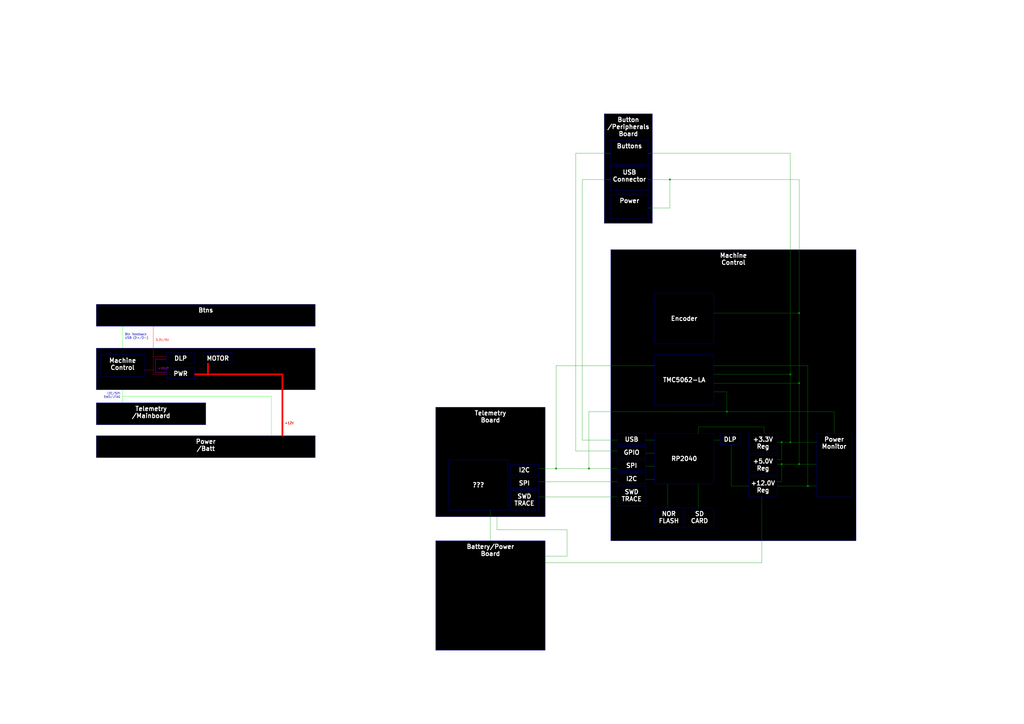
<source format=kicad_sch>
(kicad_sch (version 20230121) (generator eeschema)
  (paper "A2")
  (lib_symbols)
  (junction (at 453.39 256.54))
  (junction (at 453.39 269.24))
  (junction (at 388.62 104.14))
  (junction (at 463.55 181.61))
  (junction (at 463.55 222.25))
  (junction (at 463.55 269.24))
  (junction (at 341.63 271.78))
  (junction (at 468.63 281.94))
  (junction (at 458.47 217.17))
  (junction (at 421.64 238.76))
  (junction (at 458.47 256.54))
  (junction (at 322.58 271.78))
  (wire (pts (xy 450.85 256.54) (xy 453.39 256.54)))
  (wire (pts (xy 453.39 266.7) (xy 453.39 256.54)))
  (wire (pts (xy 316.23 326.39) (xy 441.96 326.39)))
  (wire (pts (xy 463.55 222.25) (xy 463.55 269.24)))
  (wire (pts (xy 414.02 222.25) (xy 463.55 222.25)))
  (wire (pts (xy 328.93 307.34) (xy 288.29 307.34)))
  (wire (pts (xy 450.85 269.24) (xy 453.39 269.24)))
  (wire (pts (xy 312.42 288.29) (xy 358.14 288.29)))
  (wire (pts (xy 463.55 104.14) (xy 463.55 181.61)))
  (wire (pts (xy 374.65 255.27) (xy 379.73 255.27)))
  (wire (pts (xy 443.23 251.46) (xy 443.23 247.65)))
  (wire (pts (xy 387.35 280.67) (xy 387.35 294.64)))
  (polyline (pts (xy 113.03 217.17) (xy 120.65 217.17)) (stroke (width 1) (color 255 0 0 1)))
  (wire (pts (xy 434.34 281.94) (xy 424.18 281.94)))
  (wire (pts (xy 424.18 257.81) (xy 424.18 281.94)))
  (polyline (pts (xy 157.48 229.87) (xy 157.48 252.73)) (stroke (width 0) (color 0 255 0 1)))
  (wire (pts (xy 463.55 269.24) (xy 473.71 269.24)))
  (wire (pts (xy 463.55 181.61) (xy 463.55 222.25)))
  (wire (pts (xy 421.64 227.33) (xy 421.64 238.76)))
  (polyline (pts (xy 119.38 229.87) (xy 157.48 229.87)) (stroke (width 0) (color 0 255 0 1)))
  (wire (pts (xy 414.02 212.09) (xy 468.63 212.09)))
  (wire (pts (xy 405.13 247.65) (xy 405.13 251.46)))
  (polyline (pts (xy 88.9 207.01) (xy 96.52 207.01)) (stroke (width 0) (color 255 0 0 1)))
  (wire (pts (xy 450.85 266.7) (xy 453.39 266.7)))
  (polyline (pts (xy 90.17 208.28) (xy 96.52 208.28)) (stroke (width 0) (color 255 0 255 1)))
  (wire (pts (xy 443.23 247.65) (xy 405.13 247.65)))
  (wire (pts (xy 341.63 271.78) (xy 341.63 238.76)))
  (wire (pts (xy 322.58 212.09) (xy 379.73 212.09)))
  (wire (pts (xy 468.63 281.94) (xy 473.71 281.94)))
  (wire (pts (xy 322.58 271.78) (xy 322.58 212.09)))
  (wire (pts (xy 414.02 181.61) (xy 463.55 181.61)))
  (wire (pts (xy 374.65 262.89) (xy 379.73 262.89)))
  (wire (pts (xy 328.93 322.58) (xy 328.93 307.34)))
  (wire (pts (xy 312.42 271.78) (xy 322.58 271.78)))
  (wire (pts (xy 483.87 238.76) (xy 483.87 251.46)))
  (wire (pts (xy 405.13 280.67) (xy 405.13 294.64)))
  (wire (pts (xy 414.02 227.33) (xy 421.64 227.33)))
  (wire (pts (xy 284.48 295.91) (xy 284.48 313.69)))
  (polyline (pts (xy 120.65 217.17) (xy 163.83 217.17)) (stroke (width 1) (color 255 0 0 1)))
  (wire (pts (xy 453.39 269.24) (xy 463.55 269.24)))
  (polyline (pts (xy 71.12 233.68) (xy 71.12 226.06)) (stroke (width 0) (color 0 255 0 1)))
  (wire (pts (xy 334.01 88.9) (xy 354.33 88.9)))
  (wire (pts (xy 358.14 261.62) (xy 334.01 261.62)))
  (wire (pts (xy 288.29 299.72) (xy 288.29 307.34)))
  (wire (pts (xy 453.39 279.4) (xy 453.39 269.24)))
  (wire (pts (xy 375.92 88.9) (xy 458.47 88.9)))
  (wire (pts (xy 450.85 279.4) (xy 453.39 279.4)))
  (polyline (pts (xy 90.17 215.9) (xy 90.17 208.28)) (stroke (width 0) (color 255 0 255 1)))
  (wire (pts (xy 322.58 271.78) (xy 341.63 271.78)))
  (wire (pts (xy 334.01 261.62) (xy 334.01 88.9)))
  (polyline (pts (xy 163.83 252.73) (xy 163.83 217.17)) (stroke (width 1) (color 255 0 0 1)))
  (wire (pts (xy 388.62 120.65) (xy 388.62 104.14)))
  (wire (pts (xy 337.82 104.14) (xy 354.33 104.14)))
  (polyline (pts (xy 71.12 201.93) (xy 71.12 189.23)) (stroke (width 0) (color 0 255 0 1)))
  (wire (pts (xy 341.63 238.76) (xy 421.64 238.76)))
  (wire (pts (xy 414.02 217.17) (xy 458.47 217.17)))
  (wire (pts (xy 414.02 255.27) (xy 417.83 255.27)))
  (wire (pts (xy 374.65 278.13) (xy 379.73 278.13)))
  (wire (pts (xy 458.47 256.54) (xy 458.47 217.17)))
  (wire (pts (xy 341.63 271.78) (xy 358.14 271.78)))
  (wire (pts (xy 458.47 256.54) (xy 453.39 256.54)))
  (wire (pts (xy 312.42 279.4) (xy 358.14 279.4)))
  (polyline (pts (xy 96.52 217.17) (xy 88.9 217.17)) (stroke (width 0) (color 255 0 0 1)))
  (wire (pts (xy 374.65 270.51) (xy 379.73 270.51)))
  (wire (pts (xy 441.96 288.29) (xy 441.96 326.39)))
  (wire (pts (xy 316.23 322.58) (xy 328.93 322.58)))
  (wire (pts (xy 458.47 217.17) (xy 458.47 88.9)))
  (polyline (pts (xy 71.12 229.87) (xy 119.38 229.87)) (stroke (width 0) (color 0 255 0 1)))
  (wire (pts (xy 450.85 281.94) (xy 468.63 281.94)))
  (polyline (pts (xy 88.9 189.23) (xy 88.9 217.17)) (stroke (width 0) (color 255 0 0 1)))
  (wire (pts (xy 337.82 104.14) (xy 337.82 255.27)))
  (wire (pts (xy 388.62 104.14) (xy 463.55 104.14)))
  (polyline (pts (xy 83.82 214.63) (xy 88.9 214.63)) (stroke (width 0) (color 255 0 0 1)))
  (wire (pts (xy 468.63 281.94) (xy 468.63 212.09)))
  (polyline (pts (xy 96.52 215.9) (xy 90.17 215.9)) (stroke (width 0) (color 255 0 255 1)))
  (wire (pts (xy 375.92 120.65) (xy 388.62 120.65)))
  (wire (pts (xy 375.92 104.14) (xy 388.62 104.14)))
  (polyline (pts (xy 120.65 210.82) (xy 120.65 217.17)) (stroke (width 1) (color 255 0 0 1)))
  (wire (pts (xy 458.47 256.54) (xy 473.71 256.54)))
  (wire (pts (xy 358.14 255.27) (xy 337.82 255.27)))
  (wire (pts (xy 421.64 238.76) (xy 483.87 238.76)))
  (text_box "USB" (at 358.14 251.46 0) (size 16.51 6.35) (fill (type color) (color 0 0 0 1)) (effects (font (size 2.54 2.54) (thickness 0.508) bold) (justify top)))
  (text_box "Machine\nControl" (at 58.42 205.74 0) (size 25.4 12.7) (fill (type color) (color 0 0 0 1)) (effects (font (size 2.54 2.54) (thickness 0.508) bold) (justify top)))
  (text_box "NOR\nFLASH" (at 379.73 294.64 0) (size 16.51 11.43) (fill (type color) (color 0 0 0 1)) (effects (font (size 2.54 2.54) (thickness 0.508) bold) (justify top)))
  (text_box "Power\n/Batt" (at 55.88 252.73 0) (size 127 12.7) (fill (type color) (color 0 0 0 1)) (effects (font (size 2.54 2.54) (thickness 0.508) bold) (justify top)))
  (text_box "I2C" (at 358.14 274.32 0) (size 16.51 6.35) (fill (type color) (color 0 0 0 1)) (effects (font (size 2.54 2.54) (thickness 0.508) bold) (justify top)))
  (text_box "I2C" (at 295.91 269.24 0) (size 16.51 6.35) (fill (type color) (color 0 0 0 1)) (effects (font (size 2.54 2.54) (thickness 0.508) bold) (justify top)))
  (text_box "Btns" (at 55.88 176.53 0) (size 127 12.7) (fill (type color) (color 0 0 0 1)) (effects (font (size 2.54 2.54) (thickness 0.508) bold) (justify top)))
  (text_box "USB Connector" (at 354.33 96.52 0) (size 21.59 13.97) (fill (type color) (color 0 0 0 1)) (effects (font (size 2.54 2.54) (thickness 0.508) bold) (justify top)))
  (text_box "SWD\nTRACE" (at 295.91 284.48 0) (size 16.51 11.43) (fill (type color) (color 0 0 0 1)) (effects (font (size 2.54 2.54) (thickness 0.508) bold) (justify top)))
  (text_box "Button\n/Peripherals\nBoard" (at 350.52 66.04 0) (size 27.94 63.5) (fill (type color) (color 0 0 0 1)) (effects (font (size 2.54 2.54) (thickness 0.508) bold) (justify top)))
  (text_box "???" (at 260.35 266.7 0) (size 34.29 29.21) (fill (type color) (color 0 0 0 1)) (effects (font (size 2.54 2.54) (thickness 0.508) bold)))
  (text_box "DLP" (at 96.52 204.47 0) (size 16.51 6.35) (fill (type color) (color 0 0 0 1)) (effects (font (size 2.54 2.54) (thickness 0.508) bold) (justify top)))
  (text_box "+3.3V\nReg" (at 434.34 251.46 0) (size 16.51 11.43) (fill (type color) (color 0 0 0 1)) (effects (font (size 2.54 2.54) (thickness 0.508) bold) (justify top)))
  (text_box "Buttons" (at 354.33 81.28 0) (size 21.59 13.97) (fill (type color) (color 0 0 0 1)) (effects (font (size 2.54 2.54) (thickness 0.508) bold) (justify top)))
  (text_box "+12.0V\nReg" (at 434.34 276.86 0) (size 16.51 11.43) (fill (type color) (color 0 0 0 1)) (effects (font (size 2.54 2.54) (thickness 0.508) bold) (justify top)))
  (text_box "RP2040" (at 379.73 251.46 0) (size 34.29 29.21) (fill (type color) (color 0 0 0 1)) (effects (font (size 2.54 2.54) (thickness 0.508) bold)))
  (text_box "PWR" (at 96.52 213.36 0) (size 16.51 6.35) (fill (type color) (color 0 0 0 1)) (effects (font (size 2.54 2.54) (thickness 0.508) bold) (justify top)))
  (text_box "Encoder" (at 379.73 170.18 0) (size 34.29 29.21) (fill (type color) (color 0 0 0 1)) (effects (font (size 2.54 2.54) (thickness 0.508) bold)))
  (text_box "Battery/Power\nBoard" (at 252.73 313.69 0) (size 63.5 63.5) (fill (type color) (color 0 0 0 1)) (effects (font (size 2.54 2.54) (thickness 0.508) bold) (justify top)))
  (text_box "Telemetry\n/Mainboard" (at 55.88 233.68 0) (size 63.5 12.7) (fill (type color) (color 0 0 0 1)) (effects (font (size 2.54 2.54) (thickness 0.508) bold) (justify top)))
  (text_box "GPIO" (at 358.14 259.08 0) (size 16.51 6.35) (fill (type color) (color 0 0 0 1)) (effects (font (size 2.54 2.54) (thickness 0.508) bold) (justify top)))
  (text_box "SD CARD" (at 397.51 294.64 0) (size 16.51 11.43) (fill (type color) (color 0 0 0 1)) (effects (font (size 2.54 2.54) (thickness 0.508) bold) (justify top)))
  (text_box "SPI" (at 358.14 266.7 0) (size 16.51 6.35) (fill (type color) (color 0 0 0 1)) (effects (font (size 2.54 2.54) (thickness 0.508) bold) (justify top)))
  (text_box "TMC5062-LA" (at 379.73 205.74 0) (size 34.29 29.21) (fill (type color) (color 0 0 0 1)) (effects (font (size 2.54 2.54) (thickness 0.508) bold)))
  (text_box "DLP" (at 417.83 251.46 0) (size 11.43 6.35) (fill (type color) (color 0 0 0 1)) (effects (font (size 2.54 2.54) (thickness 0.508) bold) (justify top)))
  (text_box "Power" (at 354.33 113.03 0) (size 21.59 13.97) (fill (type color) (color 0 0 0 1)) (effects (font (size 2.54 2.54) (thickness 0.508) bold) (justify top)))
  (text_box "Machine\nControl" (at 354.33 144.78 0) (size 142.24 168.91) (fill (type color) (color 0 0 0 1)) (effects (font (size 2.54 2.54) (thickness 0.508) bold) (justify top)))
  (text_box "" (at 55.88 201.93 0) (size 127 24.13) (fill (type color) (color 0 0 0 1)) (effects (font (size 2.54 2.54) (thickness 0.508) bold) (justify top)))
  (text_box "Power Monitor" (at 473.71 251.46 0) (size 20.32 36.83) (fill (type color) (color 0 0 0 1)) (effects (font (size 2.54 2.54) (thickness 0.508) bold) (justify top)))
  (text_box "Telemetry\nBoard" (at 252.73 236.22 0) (size 63.5 63.5) (fill (type color) (color 0 0 0 1)) (effects (font (size 2.54 2.54) (thickness 0.508) bold) (justify top)))
  (text_box "SPI" (at 295.91 276.86 0) (size 16.51 6.35) (fill (type color) (color 0 0 0 1)) (effects (font (size 2.54 2.54) (thickness 0.508) bold) (justify top)))
  (text_box "MOTOR" (at 118.11 204.47 0) (size 16.51 6.35) (fill (type color) (color 0 0 0 1)) (effects (font (size 2.54 2.54) (thickness 0.508) bold) (justify top)))
  (text_box "SWD\nTRACE" (at 358.14 281.94 0) (size 16.51 11.43) (fill (type color) (color 0 0 0 1)) (effects (font (size 2.54 2.54) (thickness 0.508) bold) (justify top)))
  (text_box "+5.0V\nReg" (at 434.34 264.16 0) (size 16.51 11.43) (fill (type color) (color 0 0 0 1)) (effects (font (size 2.54 2.54) (thickness 0.508) bold) (justify top)))
  (text "Btn feedback\nUSB (D+/D-)\n" (at 72.39 196.85 0) (effects (font (size 1.27 1.27)) (justify left bottom)))
  (text "+12V" (at 165.1 246.38 0) (effects (font (size 1.27 1.27) (thickness 0.254) bold) (justify left bottom)))
  (text "3.3V/5V" (at 90.17 198.12 0) (effects (font (size 1.27 1.27)) (justify left bottom)))
  (text "I2C/SPI\nSWD/JTAG" (at 69.85 231.14 0) (effects (font (size 1.27 1.27)) (justify right bottom)))
  (text "+VDLP" (at 91.44 214.63 0) (effects (font (size 1.27 1.27)) (justify left bottom)))
)
</source>
